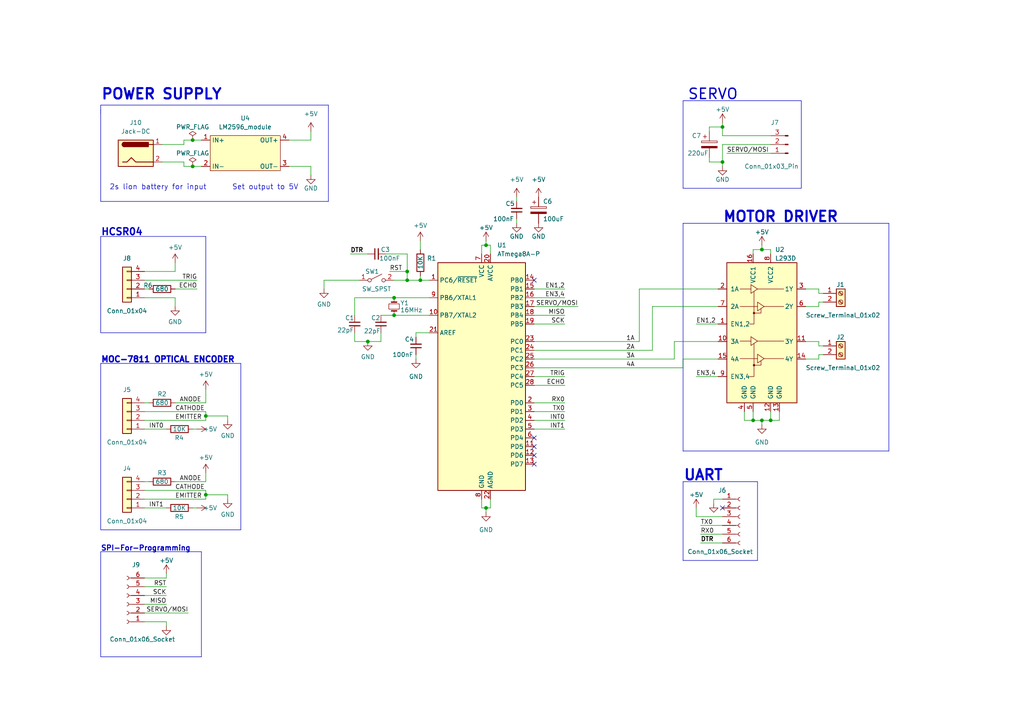
<source format=kicad_sch>
(kicad_sch (version 20230121) (generator eeschema)
  (paper "A4")
  (title_block (title "Self_Driving_Car") (date "2023-06-29") (rev "1"))
  (lib_symbols
    (symbol "Connector:Conn_01x03_Pin" (pin_names (offset 1.016) hide)
      (property "Reference" "J" (at 0 5.08 0))
      (property "Value" "Conn_01x03_Pin" (at 0 -5.08 0))
      (symbol "Conn_01x03_Pin_1_1"
        (polyline (pts (xy 1.27 -2.54) (xy 0.8636 -2.54)) (stroke (width 0.1524)))
        (polyline (pts (xy 1.27 0) (xy 0.8636 0)) (stroke (width 0.1524)))
        (polyline (pts (xy 1.27 2.54) (xy 0.8636 2.54)) (stroke (width 0.1524)))
        (rectangle (start 0.8636 -2.413) (end 0 -2.667) (stroke (width 0.1524)) (fill (type outline)))
        (rectangle (start 0.8636 0.127) (end 0 -0.127) (stroke (width 0.1524)) (fill (type outline)))
        (rectangle (start 0.8636 2.667) (end 0 2.413) (stroke (width 0.1524)) (fill (type outline)))
        (pin passive line (at 5.08 2.54 180) (length 3.81) (name "Pin_1") (number "1"))
        (pin passive line (at 5.08 0 180) (length 3.81) (name "Pin_2") (number "2"))
        (pin passive line (at 5.08 -2.54 180) (length 3.81) (name "Pin_3") (number "3"))
      )
    )
    (symbol "Connector:Conn_01x06_Socket" (pin_names (offset 1.016) hide)
      (property "Reference" "J" (at 0 7.62 0))
      (property "Value" "Conn_01x06_Socket" (at 0 -10.16 0))
      (symbol "Conn_01x06_Socket_1_1"
        (arc (start 0 -7.112) (mid -0.5058 -7.62) (end 0 -8.128) (stroke (width 0.1524)))
        (arc (start 0 -4.572) (mid -0.5058 -5.08) (end 0 -5.588) (stroke (width 0.1524)))
        (arc (start 0 -2.032) (mid -0.5058 -2.54) (end 0 -3.048) (stroke (width 0.1524)))
        (polyline (pts (xy -1.27 -7.62) (xy -0.508 -7.62)) (stroke (width 0.1524)))
        (polyline (pts (xy -1.27 -5.08) (xy -0.508 -5.08)) (stroke (width 0.1524)))
        (polyline (pts (xy -1.27 -2.54) (xy -0.508 -2.54)) (stroke (width 0.1524)))
        (polyline (pts (xy -1.27 0) (xy -0.508 0)) (stroke (width 0.1524)))
        (polyline (pts (xy -1.27 2.54) (xy -0.508 2.54)) (stroke (width 0.1524)))
        (polyline (pts (xy -1.27 5.08) (xy -0.508 5.08)) (stroke (width 0.1524)))
        (arc (start 0 0.508) (mid -0.5058 0) (end 0 -0.508) (stroke (width 0.1524)))
        (arc (start 0 3.048) (mid -0.5058 2.54) (end 0 2.032) (stroke (width 0.1524)))
        (arc (start 0 5.588) (mid -0.5058 5.08) (end 0 4.572) (stroke (width 0.1524)))
        (pin passive line (at -5.08 5.08 0) (length 3.81) (name "Pin_1") (number "1"))
        (pin passive line (at -5.08 2.54 0) (length 3.81) (name "Pin_2") (number "2"))
        (pin passive line (at -5.08 0 0) (length 3.81) (name "Pin_3") (number "3"))
        (pin passive line (at -5.08 -2.54 0) (length 3.81) (name "Pin_4") (number "4"))
        (pin passive line (at -5.08 -5.08 0) (length 3.81) (name "Pin_5") (number "5"))
        (pin passive line (at -5.08 -7.62 0) (length 3.81) (name "Pin_6") (number "6"))
      )
    )
    (symbol "Connector:Jack-DC" (pin_names (offset 1.016))
      (property "Reference" "J" (at 0 5.334 0))
      (property "Value" "Jack-DC" (at 0 -5.08 0))
      (symbol "Jack-DC_0_1"
        (rectangle (start -5.08 3.81) (end 5.08 -3.81) (stroke (width 0.254)) (fill (type background)))
        (arc (start -3.302 3.175) (mid -3.9343 2.54) (end -3.302 1.905) (stroke (width 0.254)))
        (arc (start -3.302 3.175) (mid -3.9343 2.54) (end -3.302 1.905) (stroke (width 0.254)) (fill (type outline)))
        (polyline (pts (xy 5.08 2.54) (xy 3.81 2.54)) (stroke (width 0.254)))
        (polyline (pts (xy -3.81 -2.54) (xy -2.54 -2.54) (xy -1.27 -1.27) (xy 0 -2.54) (xy 2.54 -2.54) (xy 5.08 -2.54)) (stroke (width 0.254)))
        (rectangle (start 3.683 3.175) (end -3.302 1.905) (stroke (width 0.254)) (fill (type outline)))
      )
      (symbol "Jack-DC_1_1"
        (pin passive line (at 7.62 2.54 180) (length 2.54) (name "~") (number "1"))
        (pin passive line (at 7.62 -2.54 180) (length 2.54) (name "~") (number "2"))
      )
    )
    (symbol "Connector:Screw_Terminal_01x02" (pin_names (offset 1.016) hide)
      (property "Reference" "J" (at 0 2.54 0))
      (property "Value" "Screw_Terminal_01x02" (at 0 -5.08 0))
      (symbol "Screw_Terminal_01x02_1_1"
        (rectangle (start -1.27 1.27) (end 1.27 -3.81) (stroke (width 0.254)) (fill (type background)))
        (circle (center 0 -2.54) (radius 0.635) (stroke (width 0.1524)))
        (polyline (pts (xy -0.5334 -2.2098) (xy 0.3302 -3.048)) (stroke (width 0.1524)))
        (polyline (pts (xy -0.5334 0.3302) (xy 0.3302 -0.508)) (stroke (width 0.1524)))
        (polyline (pts (xy -0.3556 -2.032) (xy 0.508 -2.8702)) (stroke (width 0.1524)))
        (polyline (pts (xy -0.3556 0.508) (xy 0.508 -0.3302)) (stroke (width 0.1524)))
        (circle (center 0 0) (radius 0.635) (stroke (width 0.1524)))
        (pin passive line (at -5.08 0 0) (length 3.81) (name "Pin_1") (number "1"))
        (pin passive line (at -5.08 -2.54 0) (length 3.81) (name "Pin_2") (number "2"))
      )
    )
    (symbol "Connector_Generic:Conn_01x04" (pin_names (offset 1.016) hide)
      (property "Reference" "J" (at 0 5.08 0))
      (property "Value" "Conn_01x04" (at 0 -7.62 0))
      (symbol "Conn_01x04_1_1"
        (rectangle (start -1.27 -4.953) (end 0 -5.207) (stroke (width 0.1524)))
        (rectangle (start -1.27 -2.413) (end 0 -2.667) (stroke (width 0.1524)))
        (rectangle (start -1.27 0.127) (end 0 -0.127) (stroke (width 0.1524)))
        (rectangle (start -1.27 2.667) (end 0 2.413) (stroke (width 0.1524)))
        (rectangle (start -1.27 3.81) (end 1.27 -6.35) (stroke (width 0.254)) (fill (type background)))
        (pin passive line (at -5.08 2.54 0) (length 3.81) (name "Pin_1") (number "1"))
        (pin passive line (at -5.08 0 0) (length 3.81) (name "Pin_2") (number "2"))
        (pin passive line (at -5.08 -2.54 0) (length 3.81) (name "Pin_3") (number "3"))
        (pin passive line (at -5.08 -5.08 0) (length 3.81) (name "Pin_4") (number "4"))
      )
    )
    (symbol "Device:C_Polarized" (pin_numbers hide) (pin_names (offset 0.254))
      (property "Reference" "C" (at 0.635 2.54 0))
      (property "Value" "C_Polarized" (at 0.635 -2.54 0))
      (symbol "C_Polarized_0_1"
        (rectangle (start -2.286 0.508) (end 2.286 1.016))
        (polyline (pts (xy -1.778 2.286) (xy -0.762 2.286)))
        (polyline (pts (xy -1.27 2.794) (xy -1.27 1.778)))
        (rectangle (start 2.286 -0.508) (end -2.286 -1.016) (fill (type outline)))
      )
      (symbol "C_Polarized_1_1"
        (pin passive line (at 0 3.81 270) (length 2.794) (name "~") (number "1"))
        (pin passive line (at 0 -3.81 90) (length 2.794) (name "~") (number "2"))
      )
    )
    (symbol "Device:C_Small" (pin_numbers hide) (pin_names (offset 0.254) hide)
      (property "Reference" "C" (at 0.254 1.778 0))
      (property "Value" "C_Small" (at 0.254 -2.032 0))
      (symbol "C_Small_0_1"
        (polyline (pts (xy -1.524 -0.508) (xy 1.524 -0.508)) (stroke (width 0.3302)))
        (polyline (pts (xy -1.524 0.508) (xy 1.524 0.508)) (stroke (width 0.3048)))
      )
      (symbol "C_Small_1_1"
        (pin passive line (at 0 2.54 270) (length 2.032) (name "~") (number "1"))
        (pin passive line (at 0 -2.54 90) (length 2.032) (name "~") (number "2"))
      )
    )
    (symbol "Device:Crystal_Small" (pin_numbers hide) (pin_names (offset 1.016) hide)
      (property "Reference" "Y" (at 0 2.54 0))
      (property "Value" "Crystal_Small" (at 0 -2.54 0))
      (symbol "Crystal_Small_0_1"
        (rectangle (start -0.762 -1.524) (end 0.762 1.524))
        (polyline (pts (xy -1.27 -0.762) (xy -1.27 0.762)) (stroke (width 0.381)))
        (polyline (pts (xy 1.27 -0.762) (xy 1.27 0.762)) (stroke (width 0.381)))
      )
      (symbol "Crystal_Small_1_1"
        (pin passive line (at -2.54 0 0) (length 1.27) (name "1") (number "1"))
        (pin passive line (at 2.54 0 180) (length 1.27) (name "2") (number "2"))
      )
    )
    (symbol "Device:R" (pin_numbers hide) (pin_names (offset 0))
      (property "Reference" "R" (at 2.032 0 90))
      (property "Value" "R" (at 0 0 90))
      (symbol "R_0_1"
        (rectangle (start -1.016 -2.54) (end 1.016 2.54) (stroke (width 0.254)))
      )
      (symbol "R_1_1"
        (pin passive line (at 0 3.81 270) (length 1.27) (name "~") (number "1"))
        (pin passive line (at 0 -3.81 90) (length 1.27) (name "~") (number "2"))
      )
    )
    (symbol "Driver_Motor:L293D" (pin_names (offset 1.016))
      (property "Reference" "U" (at -5.08 26.035 0))
      (property "Value" "L293D" (at -5.08 24.13 0))
      (symbol "L293D_0_1"
        (rectangle (start -10.16 22.86) (end 10.16 -17.78) (stroke (width 0.254)) (fill (type background)))
        (circle (center -2.286 -6.858) (radius 0.254) (fill (type outline)))
        (circle (center -2.286 8.255) (radius 0.254) (fill (type outline)))
        (polyline (pts (xy -6.35 -4.953) (xy -1.27 -4.953)))
        (polyline (pts (xy -6.35 0.127) (xy -3.175 0.127)))
        (polyline (pts (xy -6.35 10.16) (xy -1.27 10.16)))
        (polyline (pts (xy -6.35 15.24) (xy -3.175 15.24)))
        (polyline (pts (xy -1.27 0.127) (xy 6.35 0.127)))
        (polyline (pts (xy -1.27 15.24) (xy 6.35 15.24)))
        (polyline (pts (xy 0.635 -4.953) (xy 6.35 -4.953)))
        (polyline (pts (xy 0.635 10.16) (xy 6.35 10.16)))
        (polyline (pts (xy -2.286 -6.858) (xy -0.254 -6.858) (xy -0.254 -5.588)))
        (polyline (pts (xy -2.286 -0.635) (xy -2.286 -10.16) (xy -3.556 -10.16)))
        (polyline (pts (xy -2.286 8.255) (xy -0.254 8.255) (xy -0.254 9.525)))
        (polyline (pts (xy -2.286 14.478) (xy -2.286 5.08) (xy -3.556 5.08)))
        (polyline (pts (xy -3.175 1.397) (xy -3.175 -1.143) (xy -1.27 0.127) (xy -3.175 1.397)))
        (polyline (pts (xy -3.175 16.51) (xy -3.175 13.97) (xy -1.27 15.24) (xy -3.175 16.51)))
        (polyline (pts (xy -1.27 -3.683) (xy -1.27 -6.223) (xy 0.635 -4.953) (xy -1.27 -3.683)))
        (polyline (pts (xy -1.27 11.43) (xy -1.27 8.89) (xy 0.635 10.16) (xy -1.27 11.43)))
      )
      (symbol "L293D_1_1"
        (pin input line (at -12.7 5.08 0) (length 2.54) (name "EN1,2") (number "1"))
        (pin input line (at -12.7 0 0) (length 2.54) (name "3A") (number "10"))
        (pin output line (at 12.7 0 180) (length 2.54) (name "3Y") (number "11"))
        (pin power_in line (at 2.54 -20.32 90) (length 2.54) (name "GND") (number "12"))
        (pin power_in line (at 5.08 -20.32 90) (length 2.54) (name "GND") (number "13"))
        (pin output line (at 12.7 -5.08 180) (length 2.54) (name "4Y") (number "14"))
        (pin input line (at -12.7 -5.08 0) (length 2.54) (name "4A") (number "15"))
        (pin power_in line (at -2.54 25.4 270) (length 2.54) (name "VCC1") (number "16"))
        (pin input line (at -12.7 15.24 0) (length 2.54) (name "1A") (number "2"))
        (pin output line (at 12.7 15.24 180) (length 2.54) (name "1Y") (number "3"))
        (pin power_in line (at -5.08 -20.32 90) (length 2.54) (name "GND") (number "4"))
        (pin power_in line (at -2.54 -20.32 90) (length 2.54) (name "GND") (number "5"))
        (pin output line (at 12.7 10.16 180) (length 2.54) (name "2Y") (number "6"))
        (pin input line (at -12.7 10.16 0) (length 2.54) (name "2A") (number "7"))
        (pin power_in line (at 2.54 25.4 270) (length 2.54) (name "VCC2") (number "8"))
        (pin input line (at -12.7 -10.16 0) (length 2.54) (name "EN3,4") (number "9"))
      )
    )
    (symbol "MCU_Microchip_ATmega:ATmega8A-P"
      (property "Reference" "U" (at -12.7 34.29 0))
      (property "Value" "ATmega8A-P" (at 5.08 -34.29 0))
      (symbol "ATmega8A-P_0_1"
        (rectangle (start -12.7 -33.02) (end 12.7 33.02) (stroke (width 0.254)) (fill (type background)))
      )
      (symbol "ATmega8A-P_1_1"
        (pin bidirectional line (at -15.24 27.94 0) (length 2.54) (name "PC6/~{RESET}") (number "1"))
        (pin bidirectional line (at -15.24 17.78 0) (length 2.54) (name "PB7/XTAL2") (number "10"))
        (pin bidirectional line (at 15.24 -20.32 180) (length 2.54) (name "PD5") (number "11"))
        (pin bidirectional line (at 15.24 -22.86 180) (length 2.54) (name "PD6") (number "12"))
        (pin bidirectional line (at 15.24 -25.4 180) (length 2.54) (name "PD7") (number "13"))
        (pin bidirectional line (at 15.24 27.94 180) (length 2.54) (name "PB0") (number "14"))
        (pin bidirectional line (at 15.24 25.4 180) (length 2.54) (name "PB1") (number "15"))
        (pin bidirectional line (at 15.24 22.86 180) (length 2.54) (name "PB2") (number "16"))
        (pin bidirectional line (at 15.24 20.32 180) (length 2.54) (name "PB3") (number "17"))
        (pin bidirectional line (at 15.24 17.78 180) (length 2.54) (name "PB4") (number "18"))
        (pin bidirectional line (at 15.24 15.24 180) (length 2.54) (name "PB5") (number "19"))
        (pin bidirectional line (at 15.24 -7.62 180) (length 2.54) (name "PD0") (number "2"))
        (pin power_in line (at 2.54 35.56 270) (length 2.54) (name "AVCC") (number "20"))
        (pin passive line (at -15.24 12.7 0) (length 2.54) (name "AREF") (number "21"))
        (pin power_in line (at 2.54 -35.56 90) (length 2.54) (name "AGND") (number "22"))
        (pin bidirectional line (at 15.24 10.16 180) (length 2.54) (name "PC0") (number "23"))
        (pin bidirectional line (at 15.24 7.62 180) (length 2.54) (name "PC1") (number "24"))
        (pin bidirectional line (at 15.24 5.08 180) (length 2.54) (name "PC2") (number "25"))
        (pin bidirectional line (at 15.24 2.54 180) (length 2.54) (name "PC3") (number "26"))
        (pin bidirectional line (at 15.24 0 180) (length 2.54) (name "PC4") (number "27"))
        (pin bidirectional line (at 15.24 -2.54 180) (length 2.54) (name "PC5") (number "28"))
        (pin bidirectional line (at 15.24 -10.16 180) (length 2.54) (name "PD1") (number "3"))
        (pin bidirectional line (at 15.24 -12.7 180) (length 2.54) (name "PD2") (number "4"))
        (pin bidirectional line (at 15.24 -15.24 180) (length 2.54) (name "PD3") (number "5"))
        (pin bidirectional line (at 15.24 -17.78 180) (length 2.54) (name "PD4") (number "6"))
        (pin power_in line (at 0 35.56 270) (length 2.54) (name "VCC") (number "7"))
        (pin power_in line (at 0 -35.56 90) (length 2.54) (name "GND") (number "8"))
        (pin bidirectional line (at -15.24 22.86 0) (length 2.54) (name "PB6/XTAL1") (number "9"))
      )
    )
    (symbol "Switch:SW_SPST" (pin_names (offset 0) hide)
      (property "Reference" "SW" (at 0 3.175 0))
      (property "Value" "SW_SPST" (at 0 -2.54 0))
      (symbol "SW_SPST_0_0"
        (circle (center -2.032 0) (radius 0.508))
        (polyline (pts (xy -1.524 0.254) (xy 1.524 1.778)))
        (circle (center 2.032 0) (radius 0.508))
      )
      (symbol "SW_SPST_1_1"
        (pin passive line (at -5.08 0 0) (length 2.54) (name "A") (number "1"))
        (pin passive line (at 5.08 0 180) (length 2.54) (name "B") (number "2"))
      )
    )
    (symbol "lm2596_module:LM2596_module"
      (property "Reference" "U3" (at 0 7.62 0))
      (property "Value" "LM2596_module" (at 0 -7.62 0))
      (symbol "LM2596_module_1_1"
        (rectangle (start -10.16 5.08) (end 10.16 -5.08) (fill (type background)))
        (pin power_in line (at -12.7 3.81 0) (length 2.54) (name "IN+") (number "1"))
        (pin power_in line (at -12.7 -3.81 0) (length 2.54) (name "IN-") (number "2"))
        (pin power_out line (at 12.7 -3.81 180) (length 2.54) (name "OUT-") (number "3"))
        (pin power_out line (at 12.7 3.81 180) (length 2.54) (name "OUT+") (number "4"))
      )
    )
    (symbol "power:+5V" (power) (pin_names (offset 0))
      (property "Value" "+5V" (at 0 3.556 0))
      (symbol "+5V_0_1"
        (polyline (pts (xy -0.762 1.27) (xy 0 2.54)))
        (polyline (pts (xy 0 0) (xy 0 2.54)))
        (polyline (pts (xy 0 2.54) (xy 0.762 1.27)))
      )
      (symbol "+5V_1_1"
        (pin power_in line (at 0 0 90) (length 0) hide (name "+5V") (number "1"))
      )
    )
    (symbol "power:GND" (power) (pin_names (offset 0))
      (property "Value" "GND" (at 0 -3.81 0))
      (symbol "GND_0_1"
        (polyline (pts (xy 0 0) (xy 0 -1.27) (xy 1.27 -1.27) (xy 0 -2.54) (xy -1.27 -1.27) (xy 0 -1.27)))
      )
      (symbol "GND_1_1"
        (pin power_in line (at 0 0 270) (length 0) hide (name "GND") (number "1"))
      )
    )
    (symbol "power:PWR_FLAG" (power) (pin_numbers hide) (pin_names (offset 0) hide)
      (property "Value" "PWR_FLAG" (at 0 3.81 0))
      (symbol "PWR_FLAG_0_0"
        (pin power_out line (at 0 0 90) (length 0) (name "pwr") (number "1"))
      )
      (symbol "PWR_FLAG_0_1"
        (polyline (pts (xy 0 0) (xy 0 1.27) (xy -1.016 1.905) (xy 0 2.54) (xy 1.016 1.905) (xy 0 1.27)))
      )
    )
  )
  (junction (at 218.44 121.92))
  (junction (at 118.11 78.74))
  (junction (at 55.88 48.26))
  (junction (at 114.3 91.44))
  (junction (at 209.55 36.83))
  (junction (at 114.3 86.36))
  (junction (at 209.55 46.99))
  (junction (at 59.69 143.51))
  (junction (at 55.88 40.64))
  (junction (at 118.11 81.28))
  (junction (at 220.98 121.92))
  (junction (at 140.97 71.12))
  (junction (at 59.69 120.65))
  (junction (at 121.92 81.28))
  (junction (at 140.97 147.32))
  (junction (at 223.52 121.92))
  (junction (at 220.98 72.39))
  (junction (at 106.68 99.06))
  (no_connect (at 154.94 134.62))
  (no_connect (at 154.94 81.28))
  (no_connect (at 154.94 129.54))
  (no_connect (at 209.55 147.32))
  (no_connect (at 154.94 127))
  (no_connect (at 154.94 132.08))
  (wire (pts (xy 48.26 172.72) (xy 41.91 172.72)))
  (wire (pts (xy 114.3 86.36) (xy 124.46 86.36)))
  (wire (pts (xy 189.23 88.9) (xy 189.23 101.6)))
  (wire (pts (xy 209.55 35.56) (xy 209.55 36.83)))
  (wire (pts (xy 237.49 85.09) (xy 238.76 85.09)))
  (wire (pts (xy 163.83 121.92) (xy 154.94 121.92)))
  (wire (pts (xy 163.83 111.76) (xy 154.94 111.76)))
  (wire (pts (xy 114.3 91.44) (xy 124.46 91.44)))
  (wire (pts (xy 50.8 139.7) (xy 59.69 139.7)))
  (polyline (pts (xy 95.25 58.42) (xy 95.25 30.48)))
  (wire (pts (xy 237.49 104.14) (xy 237.49 102.87)))
  (polyline (pts (xy 198.12 64.77) (xy 257.81 64.77)))
  (polyline (pts (xy 198.12 29.21) (xy 198.12 54.61)))
  (wire (pts (xy 163.83 83.82) (xy 154.94 83.82)))
  (wire (pts (xy 209.55 41.91) (xy 209.55 46.99)))
  (wire (pts (xy 218.44 121.92) (xy 220.98 121.92)))
  (wire (pts (xy 220.98 71.12) (xy 220.98 72.39)))
  (wire (pts (xy 215.9 119.38) (xy 215.9 121.92)))
  (wire (pts (xy 139.7 144.78) (xy 139.7 147.32)))
  (wire (pts (xy 48.26 166.37) (xy 48.26 167.64)))
  (polyline (pts (xy 257.81 130.81) (xy 257.81 64.77)))
  (wire (pts (xy 111.76 73.66) (xy 118.11 73.66)))
  (wire (pts (xy 154.94 104.14) (xy 195.58 104.14)))
  (polyline (pts (xy 95.25 30.48) (xy 29.21 30.48)))
  (wire (pts (xy 121.92 81.28) (xy 124.46 81.28)))
  (wire (pts (xy 201.93 147.32) (xy 201.93 149.86)))
  (polyline (pts (xy 58.42 190.5) (xy 58.42 160.02)))
  (wire (pts (xy 118.11 81.28) (xy 121.92 81.28)))
  (wire (pts (xy 50.8 116.84) (xy 59.69 116.84)))
  (wire (pts (xy 203.2 152.4) (xy 209.55 152.4)))
  (wire (pts (xy 57.15 124.46) (xy 55.88 124.46)))
  (wire (pts (xy 203.2 157.48) (xy 209.55 157.48)))
  (wire (pts (xy 41.91 83.82) (xy 43.18 83.82)))
  (wire (pts (xy 215.9 121.92) (xy 218.44 121.92)))
  (wire (pts (xy 57.15 81.28) (xy 41.91 81.28)))
  (polyline (pts (xy 29.21 127) (xy 29.21 153.67)))
  (wire (pts (xy 53.34 40.64) (xy 55.88 40.64)))
  (wire (pts (xy 163.83 124.46) (xy 154.94 124.46)))
  (wire (pts (xy 102.87 86.36) (xy 114.3 86.36)))
  (wire (pts (xy 90.17 38.1) (xy 90.17 40.64)))
  (wire (pts (xy 139.7 71.12) (xy 140.97 71.12)))
  (wire (pts (xy 140.97 71.12) (xy 142.24 71.12)))
  (wire (pts (xy 163.83 109.22) (xy 154.94 109.22)))
  (wire (pts (xy 41.91 144.78) (xy 59.69 144.78)))
  (wire (pts (xy 110.49 99.06) (xy 106.68 99.06)))
  (wire (pts (xy 83.82 48.26) (xy 90.17 48.26)))
  (wire (pts (xy 50.8 76.2) (xy 50.8 78.74)))
  (wire (pts (xy 124.46 96.52) (xy 120.65 96.52)))
  (wire (pts (xy 237.49 102.87) (xy 238.76 102.87)))
  (wire (pts (xy 55.88 48.26) (xy 53.34 48.26)))
  (wire (pts (xy 102.87 99.06) (xy 106.68 99.06)))
  (wire (pts (xy 48.26 180.34) (xy 48.26 181.61)))
  (wire (pts (xy 114.3 81.28) (xy 118.11 81.28)))
  (wire (pts (xy 93.98 81.28) (xy 104.14 81.28)))
  (wire (pts (xy 102.87 86.36) (xy 102.87 91.44)))
  (wire (pts (xy 41.91 180.34) (xy 48.26 180.34)))
  (wire (pts (xy 59.69 143.51) (xy 59.69 144.78)))
  (polyline (pts (xy 29.21 30.48) (xy 29.21 33.02)))
  (wire (pts (xy 163.83 116.84) (xy 154.94 116.84)))
  (wire (pts (xy 233.68 104.14) (xy 237.49 104.14)))
  (wire (pts (xy 209.55 144.78) (xy 207.01 144.78)))
  (wire (pts (xy 59.69 120.65) (xy 59.69 121.92)))
  (wire (pts (xy 41.91 119.38) (xy 59.69 119.38)))
  (wire (pts (xy 120.65 96.52) (xy 120.65 97.79)))
  (wire (pts (xy 139.7 73.66) (xy 139.7 71.12)))
  (wire (pts (xy 110.49 91.44) (xy 114.3 91.44)))
  (wire (pts (xy 93.98 81.28) (xy 93.98 83.82)))
  (wire (pts (xy 101.6 73.66) (xy 106.68 73.66)))
  (wire (pts (xy 57.15 147.32) (xy 55.88 147.32)))
  (wire (pts (xy 54.61 177.8) (xy 41.91 177.8)))
  (polyline (pts (xy 198.12 54.61) (xy 232.41 54.61)))
  (polyline (pts (xy 29.21 96.52) (xy 59.69 96.52)))
  (wire (pts (xy 223.52 72.39) (xy 223.52 73.66)))
  (wire (pts (xy 198.12 106.68) (xy 154.94 106.68)))
  (polyline (pts (xy 198.12 64.77) (xy 198.12 130.81)))
  (wire (pts (xy 41.91 139.7) (xy 43.18 139.7)))
  (wire (pts (xy 223.52 41.91) (xy 209.55 41.91)))
  (wire (pts (xy 209.55 39.37) (xy 223.52 39.37)))
  (polyline (pts (xy 198.12 29.21) (xy 232.41 29.21)))
  (wire (pts (xy 41.91 121.92) (xy 59.69 121.92)))
  (wire (pts (xy 140.97 147.32) (xy 140.97 148.59)))
  (wire (pts (xy 208.28 104.14) (xy 198.12 104.14)))
  (wire (pts (xy 59.69 120.65) (xy 66.04 120.65)))
  (wire (pts (xy 205.74 46.99) (xy 205.74 45.72)))
  (wire (pts (xy 113.03 78.74) (xy 118.11 78.74)))
  (polyline (pts (xy 198.12 130.81) (xy 257.81 130.81)))
  (wire (pts (xy 220.98 121.92) (xy 223.52 121.92)))
  (wire (pts (xy 237.49 83.82) (xy 237.49 85.09)))
  (wire (pts (xy 163.83 86.36) (xy 154.94 86.36)))
  (wire (pts (xy 237.49 87.63) (xy 238.76 87.63)))
  (wire (pts (xy 66.04 143.51) (xy 59.69 143.51)))
  (wire (pts (xy 205.74 46.99) (xy 209.55 46.99)))
  (wire (pts (xy 58.42 48.26) (xy 55.88 48.26)))
  (wire (pts (xy 48.26 170.18) (xy 41.91 170.18)))
  (wire (pts (xy 209.55 36.83) (xy 209.55 39.37)))
  (wire (pts (xy 237.49 100.33) (xy 238.76 100.33)))
  (wire (pts (xy 195.58 99.06) (xy 208.28 99.06)))
  (polyline (pts (xy 29.21 31.75) (xy 29.21 58.42)))
  (wire (pts (xy 53.34 40.64) (xy 53.34 41.91)))
  (polyline (pts (xy 29.21 190.5) (xy 58.42 190.5)))
  (wire (pts (xy 205.74 36.83) (xy 209.55 36.83)))
  (wire (pts (xy 90.17 48.26) (xy 90.17 50.8)))
  (wire (pts (xy 41.91 124.46) (xy 48.26 124.46)))
  (wire (pts (xy 223.52 119.38) (xy 223.52 121.92)))
  (wire (pts (xy 220.98 72.39) (xy 223.52 72.39)))
  (wire (pts (xy 220.98 121.92) (xy 220.98 123.19)))
  (wire (pts (xy 205.74 36.83) (xy 205.74 38.1)))
  (wire (pts (xy 121.92 80.01) (xy 121.92 81.28)))
  (wire (pts (xy 110.49 96.52) (xy 110.49 99.06)))
  (wire (pts (xy 41.91 86.36) (xy 50.8 86.36)))
  (wire (pts (xy 102.87 96.52) (xy 102.87 99.06)))
  (wire (pts (xy 50.8 86.36) (xy 50.8 88.9)))
  (wire (pts (xy 46.99 46.99) (xy 53.34 46.99)))
  (wire (pts (xy 226.06 121.92) (xy 226.06 119.38)))
  (wire (pts (xy 142.24 144.78) (xy 142.24 147.32)))
  (wire (pts (xy 209.55 48.26) (xy 209.55 46.99)))
  (wire (pts (xy 41.91 116.84) (xy 43.18 116.84)))
  (wire (pts (xy 185.42 99.06) (xy 185.42 83.82)))
  (polyline (pts (xy 219.71 162.56) (xy 198.12 162.56)))
  (wire (pts (xy 59.69 113.03) (xy 59.69 116.84)))
  (wire (pts (xy 201.93 109.22) (xy 208.28 109.22)))
  (wire (pts (xy 41.91 142.24) (xy 59.69 142.24)))
  (wire (pts (xy 237.49 99.06) (xy 237.49 100.33)))
  (wire (pts (xy 207.01 144.78) (xy 207.01 146.05)))
  (wire (pts (xy 149.86 57.15) (xy 149.86 58.42)))
  (wire (pts (xy 140.97 147.32) (xy 142.24 147.32)))
  (wire (pts (xy 163.83 119.38) (xy 154.94 119.38)))
  (wire (pts (xy 41.91 147.32) (xy 48.26 147.32)))
  (wire (pts (xy 120.65 102.87) (xy 120.65 104.14)))
  (wire (pts (xy 210.82 44.45) (xy 223.52 44.45)))
  (wire (pts (xy 154.94 99.06) (xy 185.42 99.06)))
  (wire (pts (xy 66.04 120.65) (xy 66.04 121.92)))
  (polyline (pts (xy 232.41 54.61) (xy 232.41 29.21)))
  (wire (pts (xy 149.86 64.77) (xy 149.86 63.5)))
  (polyline (pts (xy 29.21 160.02) (xy 58.42 160.02)))
  (wire (pts (xy 48.26 175.26) (xy 41.91 175.26)))
  (wire (pts (xy 41.91 167.64) (xy 48.26 167.64)))
  (wire (pts (xy 118.11 78.74) (xy 118.11 81.28)))
  (wire (pts (xy 154.94 93.98) (xy 163.83 93.98)))
  (polyline (pts (xy 29.21 105.41) (xy 69.85 105.41)))
  (wire (pts (xy 233.68 88.9) (xy 237.49 88.9)))
  (wire (pts (xy 83.82 40.64) (xy 90.17 40.64)))
  (wire (pts (xy 167.64 88.9) (xy 154.94 88.9)))
  (polyline (pts (xy 198.12 162.56) (xy 198.12 139.7)))
  (wire (pts (xy 53.34 46.99) (xy 53.34 48.26)))
  (wire (pts (xy 59.69 119.38) (xy 59.69 120.65)))
  (polyline (pts (xy 29.21 68.58) (xy 59.69 68.58)))
  (polyline (pts (xy 29.21 160.02) (xy 29.21 190.5)))
  (wire (pts (xy 118.11 73.66) (xy 118.11 78.74)))
  (polyline (pts (xy 29.21 58.42) (xy 95.25 58.42)))
  (wire (pts (xy 55.88 40.64) (xy 58.42 40.64)))
  (wire (pts (xy 121.92 69.85) (xy 121.92 72.39)))
  (wire (pts (xy 209.55 149.86) (xy 201.93 149.86)))
  (wire (pts (xy 59.69 137.16) (xy 59.69 139.7)))
  (wire (pts (xy 46.99 41.91) (xy 53.34 41.91)))
  (wire (pts (xy 203.2 154.94) (xy 209.55 154.94)))
  (wire (pts (xy 233.68 99.06) (xy 237.49 99.06)))
  (polyline (pts (xy 29.21 68.58) (xy 29.21 96.52)))
  (wire (pts (xy 223.52 121.92) (xy 226.06 121.92)))
  (polyline (pts (xy 198.12 139.7) (xy 219.71 139.7)))
  (wire (pts (xy 50.8 83.82) (xy 57.15 83.82)))
  (wire (pts (xy 41.91 78.74) (xy 50.8 78.74)))
  (wire (pts (xy 201.93 93.98) (xy 208.28 93.98)))
  (wire (pts (xy 59.69 142.24) (xy 59.69 143.51)))
  (wire (pts (xy 140.97 71.12) (xy 140.97 69.85)))
  (polyline (pts (xy 29.21 127) (xy 29.21 105.41)))
  (polyline (pts (xy 59.69 96.52) (xy 59.69 68.58)))
  (wire (pts (xy 198.12 104.14) (xy 198.12 106.68)))
  (wire (pts (xy 237.49 88.9) (xy 237.49 87.63)))
  (wire (pts (xy 66.04 144.78) (xy 66.04 143.51)))
  (wire (pts (xy 218.44 72.39) (xy 220.98 72.39)))
  (wire (pts (xy 139.7 147.32) (xy 140.97 147.32)))
  (polyline (pts (xy 69.85 105.41) (xy 69.85 153.67)))
  (wire (pts (xy 185.42 83.82) (xy 208.28 83.82)))
  (wire (pts (xy 218.44 119.38) (xy 218.44 121.92)))
  (wire (pts (xy 163.83 91.44) (xy 154.94 91.44)))
  (wire (pts (xy 142.24 73.66) (xy 142.24 71.12)))
  (polyline (pts (xy 69.85 153.67) (xy 29.21 153.67)))
  (wire (pts (xy 208.28 88.9) (xy 189.23 88.9)))
  (wire (pts (xy 154.94 101.6) (xy 189.23 101.6)))
  (wire (pts (xy 218.44 73.66) (xy 218.44 72.39)))
  (polyline (pts (xy 219.71 139.7) (xy 219.71 162.56)))
  (wire (pts (xy 233.68 83.82) (xy 237.49 83.82)))
  (wire (pts (xy 195.58 104.14) (xy 195.58 99.06)))
  (text "HCSR04" (at 29.21 68.58 0) (effects (font (size 2 2) bold) (justify left bottom)))
  (text "Set output to 5V" (at 67.31 55.245 0) (effects (font (size 1.5 1.5)) (justify left bottom)))
  (text "SPI-For-Programming" (at 29.21 160.02 0) (effects (font (size 1.5 1.5) (thickness 0.3) bold) (justify left bottom)))
  (text "MOTOR DRIVER" (at 209.55 64.77 0) (effects (font (size 3 3) bold) (justify left bottom)))
  (text "2s lion battery for input" (at 31.75 55.245 0) (effects (font (size 1.5 1.5)) (justify left bottom)))
  (text "SERVO" (at 199.39 29.21 0) (effects (font (size 3 3) (thickness 0.4) bold) (justify left bottom)))
  (text "POWER SUPPLY" (at 29.21 29.21 0) (effects (font (size 3 3) (thickness 0.6) bold) (justify left bottom)))
  (text "MOC-7811 OPTICAL ENCODER" (at 29.21 105.41 0) (effects (font (size 1.7 1.7) (thickness 0.4) bold) (justify left bottom)))
  (text "UART" (at 198.12 139.7 0) (effects (font (size 3 3) bold) (justify left bottom)))
  (label "RST" (at 48.26 170.18 180))
  (label "TRIG" (at 57.15 81.28 180))
  (label "INT0" (at 163.83 121.92 180))
  (label "DTR" (at 203.2 157.48 0) (effects (font bold)))
  (label "EMITTER" (at 50.8 144.78 0))
  (label "SERVO{slash}MOSI" (at 167.64 88.9 180))
  (label "EN3,4" (at 201.93 109.22 0))
  (label "CATHODE" (at 50.8 142.24 0))
  (label "SERVO{slash}MOSI" (at 54.61 177.8 180))
  (label "SERVO{slash}MOSI" (at 210.82 44.45 0))
  (label "2A" (at 181.61 101.6 0))
  (label "1A" (at 181.61 99.06 0))
  (label "DTR" (at 101.6 73.66 0) (effects (font bold)))
  (label "ANODE" (at 58.42 116.84 180))
  (label "RX0" (at 203.2 154.94 0))
  (label "INT1" (at 163.83 124.46 180))
  (label "3A" (at 181.61 104.14 0))
  (label "RX0" (at 163.83 116.84 180))
  (label "SCK" (at 163.83 93.98 180))
  (label "4A" (at 181.61 106.68 0))
  (label "TRIG" (at 163.83 109.22 180))
  (label "TX0" (at 203.2 152.4 0))
  (label "MISO" (at 48.26 175.26 180))
  (label "RST" (at 113.03 78.74 0))
  (label "ECHO" (at 163.83 111.76 180))
  (label "SCK" (at 48.26 172.72 180))
  (label "ECHO" (at 57.15 83.82 180))
  (label "INT1" (at 43.18 147.32 0))
  (label "MISO" (at 163.83 91.44 180))
  (label "CATHODE" (at 50.8 119.38 0))
  (label "ANODE" (at 52.07 139.7 0))
  (label "EN1,2" (at 201.93 93.98 0))
  (label "TX0" (at 163.83 119.38 180))
  (label "EN3,4" (at 163.83 86.36 180))
  (label "INT0" (at 43.18 124.46 0))
  (label "EN1,2" (at 163.83 83.82 180))
  (label "EMITTER" (at 50.8 121.92 0))
  (symbol (lib_id "Connector:Conn_01x06_Socket") (at 36.83 175.26 180) (unit 1)
    (property "Reference" "J9" (at 40.64 163.83 0) (effects (justify left)))
    (property "Value" "Conn_01x06_Socket" (at 50.8 185.42 0) (effects (justify left)))
    (property "Footprint" "Connector_PinSocket_2.54mm:PinSocket_1x06_P2.54mm_Horizontal" (effects hide))
  )
  (symbol (lib_id "Connector_Generic:Conn_01x04") (at 36.83 121.92 180) (unit 1)
    (property "Reference" "J5" (at 36.83 113.03 0))
    (property "Value" "Conn_01x04" (at 36.83 128.27 0))
    (property "Footprint" "Connector_PinSocket_2.54mm:PinSocket_1x04_P2.54mm_Vertical" (effects hide))
  )
  (symbol (lib_id "Device:R") (at 52.07 147.32 90) (unit 1)
    (property "Reference" "R5" (at 53.34 149.86 90) (effects (justify left)))
    (property "Value" "10K" (at 53.975 147.32 90) (effects (justify left)))
    (property "Footprint" "Resistor_THT:R_Axial_DIN0207_L6.3mm_D2.5mm_P7.62mm_Horizontal" (effects hide))
  )
  (symbol (lib_id "power:+5V") (at 90.17 38.1 0) (unit 1)
    (property "Reference" "#PWR02" (effects hide))
    (property "Value" "+5V" (at 90.17 33.02 0))
  )
  (symbol (lib_id "power:+5V") (at 57.15 147.32 270) (unit 1)
    (property "Reference" "#PWR019" (effects hide))
    (property "Value" "+5V" (at 60.96 147.32 90))
  )
  (symbol (lib_id "Device:C_Small") (at 102.87 93.98 0) (unit 1)
    (property "Reference" "C1" (at 100.076 92.202 0) (effects (justify left)))
    (property "Value" "22pF" (at 97.79 95.758 0) (effects (justify left)))
    (property "Footprint" "Capacitor_THT:C_Disc_D3.0mm_W2.0mm_P2.50mm" (effects hide))
  )
  (symbol (lib_id "power:+5V") (at 50.8 76.2 0) (unit 1)
    (property "Reference" "#PWR020" (effects hide))
    (property "Value" "+5V" (at 50.8 71.755 0))
  )
  (symbol (lib_id "power:GND") (at 140.97 148.59 0) (unit 1)
    (property "Reference" "#PWR01" (effects hide))
    (property "Value" "GND" (at 140.97 153.67 0))
  )
  (symbol (lib_id "power:+5V") (at 201.93 147.32 0) (unit 1)
    (property "Reference" "#PWR011" (effects hide))
    (property "Value" "+5V" (at 201.93 143.51 0))
  )
  (symbol (lib_id "power:GND") (at 120.65 104.14 0) (unit 1)
    (property "Reference" "#PWR022" (effects hide))
    (property "Value" "GND" (at 120.65 109.22 0))
  )
  (symbol (lib_id "power:GND") (at 106.68 99.06 0) (unit 1)
    (property "Reference" "#PWR013" (effects hide))
    (property "Value" "GND" (at 106.68 103.505 0))
  )
  (symbol (lib_id "power:GND") (at 156.21 64.77 0) (unit 1)
    (property "Reference" "#PWR028" (effects hide))
    (property "Value" "GND" (at 156.21 68.58 0))
  )
  (symbol (lib_id "power:+5V") (at 121.92 69.85 0) (unit 1)
    (property "Reference" "#PWR07" (effects hide))
    (property "Value" "+5V" (at 121.92 65.405 0))
  )
  (symbol (lib_id "power:GND") (at 209.55 48.26 0) (unit 1)
    (property "Reference" "#PWR010" (effects hide))
    (property "Value" "GND" (at 209.55 52.07 0))
  )
  (symbol (lib_id "power:+5V") (at 140.97 69.85 0) (unit 1)
    (property "Reference" "#PWR04" (effects hide))
    (property "Value" "+5V" (at 140.97 66.04 0))
  )
  (symbol (lib_id "Device:C_Polarized") (at 205.74 41.91 0) (unit 1)
    (property "Reference" "C7" (at 200.66 39.37 0) (effects (justify left)))
    (property "Value" "220uF" (at 199.39 44.45 0) (effects (justify left)))
  )
  (symbol (lib_id "power:+5V") (at 209.55 35.56 0) (unit 1)
    (property "Reference" "#PWR09" (effects hide))
    (property "Value" "+5V" (at 209.55 31.75 0))
  )
  (symbol (lib_id "Device:R") (at 52.07 124.46 90) (unit 1)
    (property "Reference" "R4" (at 53.34 127 90) (effects (justify left)))
    (property "Value" "10K" (at 53.975 124.46 90) (effects (justify left)))
    (property "Footprint" "Resistor_THT:R_Axial_DIN0207_L6.3mm_D2.5mm_P7.62mm_Horizontal" (effects hide))
  )
  (symbol (lib_id "Device:C_Small") (at 110.49 93.98 180) (unit 1)
    (property "Reference" "C2" (at 108.966 92.202 0))
    (property "Value" "22pF" (at 107.95 96.012 0))
    (property "Footprint" "Capacitor_THT:C_Disc_D3.0mm_W2.0mm_P2.50mm" (effects hide))
  )
  (symbol (lib_id "Device:R") (at 46.99 139.7 90) (unit 1)
    (property "Reference" "R3" (at 46.99 137.16 90))
    (property "Value" "680" (at 46.99 139.7 90))
    (property "Footprint" "Resistor_THT:R_Axial_DIN0207_L6.3mm_D2.5mm_P7.62mm_Horizontal" (effects hide))
  )
  (symbol (lib_id "power:GND") (at 66.04 144.78 0) (unit 1)
    (property "Reference" "#PWR017" (effects hide))
    (property "Value" "GND" (at 66.04 149.225 0))
  )
  (symbol (lib_id "power:GND") (at 50.8 88.9 0) (unit 1)
    (property "Reference" "#PWR021" (effects hide))
    (property "Value" "GND" (at 50.8 93.345 0))
  )
  (symbol (lib_id "lm2596_module:LM2596_module") (at 71.12 44.45 0) (unit 1)
    (property "Reference" "U4" (at 71.12 34.29 0))
    (property "Value" "LM2596_module" (at 71.12 36.83 0))
    (property "Footprint" "lm2596_module:LM2596_module" (effects hide))
  )
  (symbol (lib_id "power:GND") (at 90.17 50.8 0) (unit 1)
    (property "Reference" "#PWR03" (effects hide))
    (property "Value" "GND" (at 90.17 54.61 0))
  )
  (symbol (lib_id "Connector_Generic:Conn_01x04") (at 36.83 144.78 180) (unit 1)
    (property "Reference" "J4" (at 36.83 135.89 0))
    (property "Value" "Conn_01x04" (at 36.83 151.13 0))
    (property "Footprint" "Connector_PinSocket_2.54mm:PinSocket_1x04_P2.54mm_Vertical" (effects hide))
  )
  (symbol (lib_id "power:+5V") (at 220.98 71.12 0) (unit 1)
    (property "Reference" "#PWR08" (effects hide))
    (property "Value" "+5V" (at 220.98 67.31 0))
  )
  (symbol (lib_id "power:PWR_FLAG") (at 55.88 40.64 0) (unit 1)
    (property "Reference" "#FLG01" (effects hide))
    (property "Value" "PWR_FLAG" (at 55.88 36.83 0))
  )
  (symbol (lib_id "power:GND") (at 66.04 121.92 0) (unit 1)
    (property "Reference" "#PWR016" (effects hide))
    (property "Value" "GND" (at 66.04 126.365 0))
  )
  (symbol (lib_id "Connector:Conn_01x06_Socket") (at 214.63 149.86 0) (unit 1)
    (property "Reference" "J6" (at 208.28 142.24 0) (effects (justify left)))
    (property "Value" "Conn_01x06_Socket" (at 199.39 160.02 0) (effects (justify left)))
    (property "Footprint" "Connector_PinSocket_2.54mm:PinSocket_1x06_P2.54mm_Horizontal" (effects hide))
  )
  (symbol (lib_id "Device:R") (at 46.99 83.82 90) (unit 1)
    (property "Reference" "R6" (at 42.926 82.804 90))
    (property "Value" "680" (at 46.99 83.82 90))
    (property "Footprint" "Resistor_THT:R_Axial_DIN0207_L6.3mm_D2.5mm_P7.62mm_Horizontal" (effects hide))
  )
  (symbol (lib_id "Driver_Motor:L293D") (at 220.98 99.06 0) (unit 1)
    (property "Reference" "U2" (at 224.79 72.39 0) (effects (justify left)))
    (property "Value" "L293D" (at 224.79 74.93 0) (effects (justify left)))
    (property "Footprint" "Package_DIP:DIP-16_W7.62mm" (effects hide))
    (property "Datasheet" "http://www.ti.com/lit/ds/symlink/l293.pdf" (effects hide))
  )
  (symbol (lib_id "power:+5V") (at 48.26 166.37 0) (unit 1)
    (property "Reference" "#PWR023" (effects hide))
    (property "Value" "+5V" (at 48.26 162.56 0))
  )
  (symbol (lib_id "Device:C_Small") (at 120.65 100.33 180) (unit 1)
    (property "Reference" "C4" (at 118.745 98.425 0))
    (property "Value" "100nF" (at 116.84 102.87 0))
    (property "Footprint" "Capacitor_THT:C_Disc_D5.0mm_W2.5mm_P2.50mm" (effects hide))
  )
  (symbol (lib_id "power:GND") (at 207.01 146.05 0) (unit 1)
    (property "Reference" "#PWR012" (effects hide))
    (property "Value" "GND" (effects hide))
  )
  (symbol (lib_id "Connector:Conn_01x03_Pin") (at 228.6 41.91 180) (unit 1)
    (property "Reference" "J7" (at 223.52 35.56 0) (effects (justify right)))
    (property "Value" "Conn_01x03_Pin" (at 215.9 48.26 0) (effects (justify right)))
    (property "Footprint" "Connector_PinHeader_2.54mm:PinHeader_1x03_P2.54mm_Vertical" (effects hide))
  )
  (symbol (lib_id "power:+5V") (at 59.69 113.03 0) (unit 1)
    (property "Reference" "#PWR014" (effects hide))
    (property "Value" "+5V" (at 59.69 108.585 0))
  )
  (symbol (lib_id "power:+5V") (at 149.86 57.15 0) (unit 1)
    (property "Reference" "#PWR026" (effects hide))
    (property "Value" "+5V" (at 149.86 52.07 0))
  )
  (symbol (lib_id "MCU_Microchip_ATmega:ATmega8A-P") (at 139.7 109.22 0) (unit 1)
    (property "Reference" "U1" (at 144.1959 71.12 0) (effects (justify left)))
    (property "Value" "ATmega8A-P" (at 144.1959 73.66 0) (effects (justify left)))
    (property "Footprint" "Package_DIP:DIP-28_W7.62mm" (effects hide))
    (property "Datasheet" "http://ww1.microchip.com/downloads/en/DeviceDoc/Microchip%208bit%20mcu%20AVR%20ATmega8A%20data%20sheet%2040001974A.pdf" (effects hide))
  )
  (symbol (lib_id "power:PWR_FLAG") (at 55.88 48.26 0) (unit 1)
    (property "Reference" "#FLG02" (effects hide))
    (property "Value" "PWR_FLAG" (at 55.88 44.45 0))
  )
  (symbol (lib_id "Switch:SW_SPST") (at 109.22 81.28 0) (unit 1)
    (property "Reference" "SW1" (at 107.95 78.74 0))
    (property "Value" "SW_SPST" (at 109.22 83.82 0))
    (property "Footprint" "Button_Switch_THT:SW_PUSH_6mm_H4.3mm" (effects hide))
  )
  (symbol (lib_id "power:GND") (at 93.98 83.82 0) (unit 1)
    (property "Reference" "#PWR06" (effects hide))
    (property "Value" "GND" (at 93.98 88.265 0))
  )
  (symbol (lib_id "Device:R") (at 46.99 116.84 90) (unit 1)
    (property "Reference" "R2" (at 46.99 114.3 90))
    (property "Value" "680" (at 46.99 116.84 90))
    (property "Footprint" "Resistor_THT:R_Axial_DIN0207_L6.3mm_D2.5mm_P7.62mm_Horizontal" (effects hide))
  )
  (symbol (lib_id "power:+5V") (at 57.15 124.46 270) (unit 1)
    (property "Reference" "#PWR018" (effects hide))
    (property "Value" "+5V" (at 60.96 124.46 90))
  )
  (symbol (lib_id "Connector:Screw_Terminal_01x02") (at 243.84 85.09 0) (unit 1)
    (property "Reference" "J1" (at 242.57 82.55 0) (effects (justify left)))
    (property "Value" "Screw_Terminal_01x02" (at 233.68 91.44 0) (effects (justify left)))
    (property "Footprint" "TerminalBlock:TerminalBlock_Altech_AK300-2_P5.00mm" (effects hide))
  )
  (symbol (lib_id "power:GND") (at 48.26 181.61 0) (unit 1)
    (property "Reference" "#PWR024" (effects hide))
    (property "Value" "GND" (effects hide))
  )
  (symbol (lib_id "power:+5V") (at 59.69 137.16 0) (unit 1)
    (property "Reference" "#PWR015" (effects hide))
    (property "Value" "+5V" (at 59.69 132.715 0))
  )
  (symbol (lib_id "power:+5V") (at 156.21 57.15 0) (unit 1)
    (property "Reference" "#PWR027" (effects hide))
    (property "Value" "+5V" (at 156.21 52.07 0))
  )
  (symbol (lib_id "power:GND") (at 220.98 123.19 0) (unit 1)
    (property "Reference" "#PWR05" (effects hide))
    (property "Value" "GND" (at 220.98 128.27 0))
  )
  (symbol (lib_id "Connector_Generic:Conn_01x04") (at 36.83 83.82 180) (unit 1)
    (property "Reference" "J8" (at 36.83 74.93 0))
    (property "Value" "Conn_01x04" (at 36.83 90.17 0))
    (property "Footprint" "Connector_PinSocket_2.54mm:PinSocket_1x04_P2.54mm_Vertical" (effects hide))
  )
  (symbol (lib_id "Device:R") (at 121.92 76.2 0) (unit 1)
    (property "Reference" "R1" (at 123.825 74.93 0) (effects (justify left)))
    (property "Value" "10K" (at 121.92 78.105 90) (effects (justify left)))
    (property "Footprint" "Resistor_THT:R_Axial_DIN0207_L6.3mm_D2.5mm_P7.62mm_Horizontal" (effects hide))
  )
  (symbol (lib_id "Device:Crystal_Small") (at 114.3 88.9 90) (unit 1)
    (property "Reference" "Y1" (at 116.078 87.884 90) (effects (justify right)))
    (property "Value" "16MHz" (at 116.078 89.916 90) (effects (justify right)))
    (property "Footprint" "Crystal:Crystal_HC49-4H_Vertical" (effects hide))
  )
  (symbol (lib_id "Device:C_Small") (at 109.22 73.66 90) (unit 1)
    (property "Reference" "C3" (at 111.76 72.39 90))
    (property "Value" "100nF" (at 113.03 74.93 90))
    (property "Footprint" "Capacitor_THT:C_Disc_D5.0mm_W2.5mm_P2.50mm" (effects hide))
  )
  (symbol (lib_id "Connector:Jack-DC") (at 39.37 44.45 0) (unit 1)
    (property "Reference" "J10" (at 39.37 35.56 0))
    (property "Value" "Jack-DC" (at 39.37 38.1 0))
  )
  (symbol (lib_id "Connector:Screw_Terminal_01x02") (at 243.84 100.33 0) (unit 1)
    (property "Reference" "J2" (at 242.57 97.79 0) (effects (justify left)))
    (property "Value" "Screw_Terminal_01x02" (at 233.68 106.68 0) (effects (justify left)))
    (property "Footprint" "TerminalBlock:TerminalBlock_Altech_AK300-2_P5.00mm" (effects hide))
  )
  (symbol (lib_id "Device:C_Small") (at 149.86 60.96 180) (unit 1)
    (property "Reference" "C5" (at 147.955 59.055 0))
    (property "Value" "100nF" (at 146.05 63.5 0))
    (property "Footprint" "Capacitor_THT:C_Disc_D5.0mm_W2.5mm_P2.50mm" (effects hide))
  )
  (symbol (lib_id "Device:C_Polarized") (at 156.21 60.96 0) (unit 1)
    (property "Reference" "C6" (at 157.48 58.42 0) (effects (justify left)))
    (property "Value" "100uF" (at 157.48 63.5 0) (effects (justify left)))
  )
  (symbol (lib_id "power:GND") (at 149.86 64.77 0) (unit 1)
    (property "Reference" "#PWR025" (effects hide))
    (property "Value" "GND" (at 149.86 68.58 0))
  )
)
</source>
